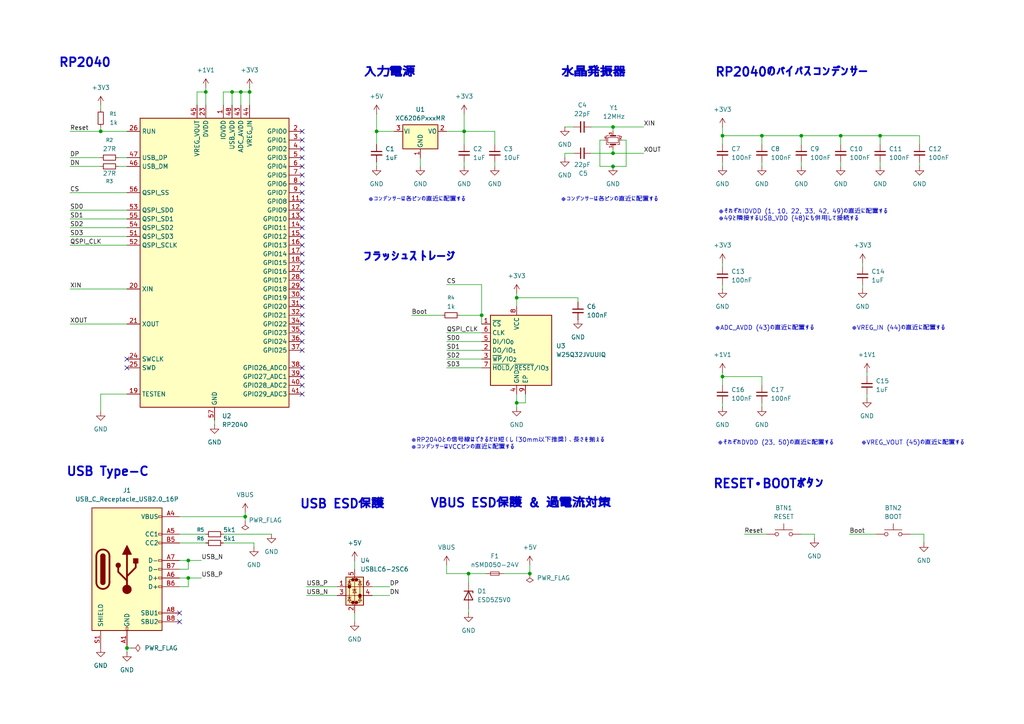
<source format=kicad_sch>
(kicad_sch (version 20250114) (generator "eeschema") (generator_version "9.0")
  (paper "A4")
  (title_block (title "キーボード開発用RP2040テンプレート"))
  (lib_symbols
    (symbol "Connector:USB_C_Receptacle_USB2.0_16P" (pin_names (offset 1.016))
      (property "Reference" "J" (at 0 22.225 0))
      (property "Value" "USB_C_Receptacle_USB2.0_16P" (at 0 19.685 0))
      (symbol "USB_C_Receptacle_USB2.0_16P_1_1"
        (pin passive line (at -7.62 -22.86 90) (length 5.08) (name "SHIELD") (number "S1"))
        (pin passive line (at 0 -22.86 90) (length 5.08) (name "GND") (number "A1"))
        (pin passive line (at 0 -22.86 90) (length 5.08) (hide yes) (name "GND") (number "A12"))
        (pin passive line (at 0 -22.86 90) (length 5.08) (hide yes) (name "GND") (number "B1"))
        (pin passive line (at 0 -22.86 90) (length 5.08) (hide yes) (name "GND") (number "B12"))
        (pin passive line (at 15.24 15.24 180) (length 5.08) (name "VBUS") (number "A4"))
        (pin passive line (at 15.24 15.24 180) (length 5.08) (hide yes) (name "VBUS") (number "A9"))
        (pin passive line (at 15.24 15.24 180) (length 5.08) (hide yes) (name "VBUS") (number "B4"))
        (pin passive line (at 15.24 15.24 180) (length 5.08) (hide yes) (name "VBUS") (number "B9"))
        (pin bidirectional line (at 15.24 10.16 180) (length 5.08) (name "CC1") (number "A5"))
        (pin bidirectional line (at 15.24 7.62 180) (length 5.08) (name "CC2") (number "B5"))
        (pin bidirectional line (at 15.24 2.54 180) (length 5.08) (name "D-") (number "A7"))
        (pin bidirectional line (at 15.24 0 180) (length 5.08) (name "D-") (number "B7"))
        (pin bidirectional line (at 15.24 -2.54 180) (length 5.08) (name "D+") (number "A6"))
        (pin bidirectional line (at 15.24 -5.08 180) (length 5.08) (name "D+") (number "B6"))
        (pin bidirectional line (at 15.24 -12.7 180) (length 5.08) (name "SBU1") (number "A8"))
        (pin bidirectional line (at 15.24 -15.24 180) (length 5.08) (name "SBU2") (number "B8"))
      )
    )
    (symbol "Device:C_Small" (pin_numbers (hide yes)) (pin_names (offset 0.254) (hide yes))
      (property "Reference" "C" (at 0.254 1.778 0))
      (property "Value" "C_Small" (at 0.254 -2.032 0))
      (symbol "C_Small_1_1"
        (pin passive line (at 0 2.54 270) (length 2.032) (name "~") (number "1"))
        (pin passive line (at 0 -2.54 90) (length 2.032) (name "~") (number "2"))
      )
    )
    (symbol "Device:Crystal_GND24_Small" (pin_names (offset 1.016) (hide yes))
      (property "Reference" "Y" (at 1.27 4.445 0))
      (property "Value" "Crystal_GND24_Small" (at 1.27 2.54 0))
      (symbol "Crystal_GND24_Small_1_1"
        (pin passive line (at -2.54 0 0) (length 1.27) (name "1") (number "1"))
        (pin passive line (at 0 2.54 270) (length 0.635) (name "4") (number "4"))
        (pin passive line (at 0 -2.54 90) (length 0.635) (name "2") (number "2"))
        (pin passive line (at 2.54 0 180) (length 1.27) (name "3") (number "3"))
      )
    )
    (symbol "Device:Fuse_Small" (pin_numbers (hide yes)) (pin_names (offset 0.254) (hide yes))
      (property "Reference" "F" (at 0 -1.524 0))
      (property "Value" "Fuse_Small" (at 0 1.524 0))
      (symbol "Fuse_Small_1_1"
        (pin passive line (at -2.54 0 0) (length 1.27) (name "~") (number "1"))
        (pin passive line (at 2.54 0 180) (length 1.27) (name "~") (number "2"))
      )
    )
    (symbol "Device:R_Small" (pin_numbers (hide yes)) (pin_names (offset 0.254) (hide yes))
      (property "Reference" "R" (at 0 0 90))
      (property "Value" "R_Small" (at 1.778 0 90))
      (symbol "R_Small_1_1"
        (pin passive line (at 0 2.54 270) (length 0.762) (name "~") (number "1"))
        (pin passive line (at 0 -2.54 90) (length 0.762) (name "~") (number "2"))
      )
    )
    (symbol "Diode:ESD5Zxx" (pin_numbers (hide yes)) (pin_names (hide yes))
      (property "Reference" "D" (at 0 2.54 0))
      (property "Value" "ESD5Zxx" (at 0 -2.54 0))
      (symbol "ESD5Zxx_1_1"
        (pin passive line (at -3.81 0 0) (length 2.54) (name "K") (number "1"))
        (pin passive line (at 3.81 0 180) (length 2.54) (name "A") (number "2"))
      )
    )
    (symbol "MCU_RaspberryPi:RP2040"
      (property "Reference" "U" (at 17.78 45.72 0))
      (property "Value" "RP2040" (at 17.78 43.18 0))
      (symbol "RP2040_1_1"
        (pin input line (at -25.4 38.1 0) (length 3.81) (name "RUN") (number "26"))
        (pin bidirectional line (at -25.4 30.48 0) (length 3.81) (name "USB_DP") (number "47"))
        (pin bidirectional line (at -25.4 27.94 0) (length 3.81) (name "USB_DM") (number "46"))
        (pin bidirectional line (at -25.4 20.32 0) (length 3.81) (name "QSPI_SS") (number "56"))
        (pin bidirectional line (at -25.4 15.24 0) (length 3.81) (name "QSPI_SD0") (number "53"))
        (pin bidirectional line (at -25.4 12.7 0) (length 3.81) (name "QSPI_SD1") (number "55"))
        (pin bidirectional line (at -25.4 10.16 0) (length 3.81) (name "QSPI_SD2") (number "54"))
        (pin bidirectional line (at -25.4 7.62 0) (length 3.81) (name "QSPI_SD3") (number "51"))
        (pin output line (at -25.4 5.08 0) (length 3.81) (name "QSPI_SCLK") (number "52"))
        (pin input line (at -25.4 -7.62 0) (length 3.81) (name "XIN") (number "20"))
        (pin passive line (at -25.4 -17.78 0) (length 3.81) (name "XOUT") (number "21"))
        (pin input line (at -25.4 -27.94 0) (length 3.81) (name "SWCLK") (number "24"))
        (pin bidirectional line (at -25.4 -30.48 0) (length 3.81) (name "SWD") (number "25"))
        (pin input line (at -25.4 -38.1 0) (length 3.81) (name "TESTEN") (number "19"))
        (pin power_out line (at -5.08 45.72 270) (length 3.81) (name "VREG_VOUT") (number "45"))
        (pin power_in line (at -2.54 45.72 270) (length 3.81) (name "DVDD") (number "23"))
        (pin passive line (at -2.54 45.72 270) (length 3.81) (hide yes) (name "DVDD") (number "50"))
        (pin power_in line (at 0 -45.72 90) (length 3.81) (name "GND") (number "57"))
        (pin power_in line (at 2.54 45.72 270) (length 3.81) (name "IOVDD") (number "1"))
        (pin passive line (at 2.54 45.72 270) (length 3.81) (hide yes) (name "IOVDD") (number "10"))
        (pin passive line (at 2.54 45.72 270) (length 3.81) (hide yes) (name "IOVDD") (number "22"))
        (pin passive line (at 2.54 45.72 270) (length 3.81) (hide yes) (name "IOVDD") (number "33"))
        (pin passive line (at 2.54 45.72 270) (length 3.81) (hide yes) (name "IOVDD") (number "42"))
        (pin passive line (at 2.54 45.72 270) (length 3.81) (hide yes) (name "IOVDD") (number "49"))
        (pin power_in line (at 5.08 45.72 270) (length 3.81) (name "USB_VDD") (number "48"))
        (pin power_in line (at 7.62 45.72 270) (length 3.81) (name "ADC_AVDD") (number "43"))
        (pin power_in line (at 10.16 45.72 270) (length 3.81) (name "VREG_IN") (number "44"))
        (pin bidirectional line (at 25.4 38.1 180) (length 3.81) (name "GPIO0") (number "2"))
        (pin bidirectional line (at 25.4 35.56 180) (length 3.81) (name "GPIO1") (number "3"))
        (pin bidirectional line (at 25.4 33.02 180) (length 3.81) (name "GPIO2") (number "4"))
        (pin bidirectional line (at 25.4 30.48 180) (length 3.81) (name "GPIO3") (number "5"))
        (pin bidirectional line (at 25.4 27.94 180) (length 3.81) (name "GPIO4") (number "6"))
        (pin bidirectional line (at 25.4 25.4 180) (length 3.81) (name "GPIO5") (number "7"))
        (pin bidirectional line (at 25.4 22.86 180) (length 3.81) (name "GPIO6") (number "8"))
        (pin bidirectional line (at 25.4 20.32 180) (length 3.81) (name "GPIO7") (number "9"))
        (pin bidirectional line (at 25.4 17.78 180) (length 3.81) (name "GPIO8") (number "11"))
        (pin bidirectional line (at 25.4 15.24 180) (length 3.81) (name "GPIO9") (number "12"))
        (pin bidirectional line (at 25.4 12.7 180) (length 3.81) (name "GPIO10") (number "13"))
        (pin bidirectional line (at 25.4 10.16 180) (length 3.81) (name "GPIO11") (number "14"))
        (pin bidirectional line (at 25.4 7.62 180) (length 3.81) (name "GPIO12") (number "15"))
        (pin bidirectional line (at 25.4 5.08 180) (length 3.81) (name "GPIO13") (number "16"))
        (pin bidirectional line (at 25.4 2.54 180) (length 3.81) (name "GPIO14") (number "17"))
        (pin bidirectional line (at 25.4 0 180) (length 3.81) (name "GPIO15") (number "18"))
        (pin bidirectional line (at 25.4 -2.54 180) (length 3.81) (name "GPIO16") (number "27"))
        (pin bidirectional line (at 25.4 -5.08 180) (length 3.81) (name "GPIO17") (number "28"))
        (pin bidirectional line (at 25.4 -7.62 180) (length 3.81) (name "GPIO18") (number "29"))
        (pin bidirectional line (at 25.4 -10.16 180) (length 3.81) (name "GPIO19") (number "30"))
        (pin bidirectional line (at 25.4 -12.7 180) (length 3.81) (name "GPIO20") (number "31"))
        (pin bidirectional line (at 25.4 -15.24 180) (length 3.81) (name "GPIO21") (number "32"))
        (pin bidirectional line (at 25.4 -17.78 180) (length 3.81) (name "GPIO22") (number "34"))
        (pin bidirectional line (at 25.4 -20.32 180) (length 3.81) (name "GPIO23") (number "35"))
        (pin bidirectional line (at 25.4 -22.86 180) (length 3.81) (name "GPIO24") (number "36"))
        (pin bidirectional line (at 25.4 -25.4 180) (length 3.81) (name "GPIO25") (number "37"))
        (pin bidirectional line (at 25.4 -30.48 180) (length 3.81) (name "GPIO26_ADC0") (number "38"))
        (pin bidirectional line (at 25.4 -33.02 180) (length 3.81) (name "GPIO27_ADC1") (number "39"))
        (pin bidirectional line (at 25.4 -35.56 180) (length 3.81) (name "GPIO28_ADC2") (number "40"))
        (pin bidirectional line (at 25.4 -38.1 180) (length 3.81) (name "GPIO29_ADC3") (number "41"))
      )
    )
    (symbol "Memory_Flash:W25Q32JVZP"
      (property "Reference" "U" (at -6.35 11.43 0))
      (property "Value" "W25Q32JVZP" (at 7.62 11.43 0))
      (symbol "W25Q32JVZP_1_1"
        (pin input line (at -10.16 7.62 0) (length 2.54) (name "~{CS}") (number "1"))
        (pin input line (at -10.16 5.08 0) (length 2.54) (name "CLK") (number "6"))
        (pin bidirectional line (at -10.16 2.54 0) (length 2.54) (name "DI/IO_{0}") (number "5"))
        (pin bidirectional line (at -10.16 0 0) (length 2.54) (name "DO/IO_{1}") (number "2"))
        (pin bidirectional line (at -10.16 -2.54 0) (length 2.54) (name "~{WP}/IO_{2}") (number "3"))
        (pin bidirectional line (at -10.16 -5.08 0) (length 2.54) (name "~{HOLD}/~{RESET}/IO_{3}") (number "7"))
        (pin power_in line (at 0 12.7 270) (length 2.54) (name "VCC") (number "8"))
        (pin power_in line (at 0 -12.7 90) (length 2.54) (name "GND") (number "4"))
        (pin passive line (at 2.54 -12.7 90) (length 2.54) (name "EP") (number "9"))
      )
    )
    (symbol "Power_Protection:USBLC6-2SC6" (pin_names (hide yes))
      (property "Reference" "U" (at 0.635 5.715 0))
      (property "Value" "USBLC6-2SC6" (at 0.635 3.81 0))
      (symbol "USBLC6-2SC6_1_1"
        (pin passive line (at -5.08 0 0) (length 2.54) (name "I/O1") (number "1"))
        (pin passive line (at -5.08 -2.54 0) (length 2.54) (name "I/O2") (number "3"))
        (pin passive line (at 0 5.08 270) (length 2.54) (name "VBUS") (number "5"))
        (pin passive line (at 0 -7.62 90) (length 2.54) (name "GND") (number "2"))
        (pin passive line (at 5.08 0 180) (length 2.54) (name "I/O1") (number "6"))
        (pin passive line (at 5.08 -2.54 180) (length 2.54) (name "I/O2") (number "4"))
      )
    )
    (symbol "Regulator_Linear:XC6206PxxxMR" (pin_names (offset 0.254))
      (property "Reference" "U" (at -3.81 3.175 0))
      (property "Value" "XC6206PxxxMR" (at 0 3.175 0))
      (symbol "XC6206PxxxMR_1_1"
        (pin power_in line (at -7.62 0 0) (length 2.54) (name "VI") (number "3"))
        (pin power_in line (at 0 -7.62 90) (length 2.54) (name "GND") (number "1"))
        (pin power_out line (at 7.62 0 180) (length 2.54) (name "VO") (number "2"))
      )
    )
    (symbol "Switch:SW_Push" (pin_numbers (hide yes)) (pin_names (offset 1.016) (hide yes))
      (property "Reference" "SW" (at 1.27 2.54 0))
      (property "Value" "SW_Push" (at 0 -1.524 0))
      (symbol "SW_Push_0_1"
        (pin passive line (at -5.08 0 0) (length 2.54) (name "1") (number "1"))
        (pin passive line (at 5.08 0 180) (length 2.54) (name "2") (number "2"))
      )
    )
    (symbol "power:+1V1" (power) (pin_numbers (hide yes)) (pin_names (offset 0) (hide yes))
      (property "Value" "+1V1" (at 0 3.556 0))
      (symbol "+1V1_1_1"
        (pin power_in line (at 0 0 90) (length 0) (name "~") (number "1"))
      )
    )
    (symbol "power:+3V3" (power) (pin_numbers (hide yes)) (pin_names (offset 0) (hide yes))
      (property "Value" "+3V3" (at 0 3.556 0))
      (symbol "+3V3_1_1"
        (pin power_in line (at 0 0 90) (length 0) (name "~") (number "1"))
      )
    )
    (symbol "power:+5V" (power) (pin_numbers (hide yes)) (pin_names (offset 0) (hide yes))
      (property "Value" "+5V" (at 0 3.556 0))
      (symbol "+5V_1_1"
        (pin power_in line (at 0 0 90) (length 0) (name "~") (number "1"))
      )
    )
    (symbol "power:GND" (power) (pin_numbers (hide yes)) (pin_names (offset 0) (hide yes))
      (property "Value" "GND" (at 0 -3.81 0))
      (symbol "GND_1_1"
        (pin power_in line (at 0 0 270) (length 0) (name "~") (number "1"))
      )
    )
    (symbol "power:PWR_FLAG" (power) (pin_numbers (hide yes)) (pin_names (offset 0) (hide yes))
      (property "Value" "PWR_FLAG" (at 0 3.81 0))
      (symbol "PWR_FLAG_0_0"
        (pin power_out line (at 0 0 90) (length 0) (name "~") (number "1"))
      )
    )
    (symbol "power:VBUS" (power) (pin_numbers (hide yes)) (pin_names (offset 0) (hide yes))
      (property "Value" "VBUS" (at 0 3.556 0))
      (symbol "VBUS_1_1"
        (pin power_in line (at 0 0 90) (length 0) (name "~") (number "1"))
      )
    )
  )
  (text "USB Type-C" (at 31.242 136.906 0) (effects (font (size 2.54 2.54) (thickness 0.508) (bold yes))))
  (text "※RP2040との信号線はできるだけ短くし（30mm以下推奨）、長さを揃える\n※コンデンサーはVCCピンの直近に配置する" (at 119.126 128.778 0) (effects (font (size 1.27 1.27)) (justify left)))
  (text "※コンデンサーは各ピンの直近に配置する" (at 176.784 57.912 0) (effects (font (size 1.27 1.27))))
  (text "USB ESD保護" (at 99.314 146.304 0) (effects (font (size 2.54 2.54) (thickness 0.508) (bold yes))))
  (text "入力電源" (at 113.03 21.082 0) (effects (font (size 2.54 2.54) (thickness 0.508) (bold yes))))
  (text "※VREG_IN (44)の直近に配置する" (at 246.888 95.25 0) (effects (font (size 1.27 1.27)) (justify left)))
  (text "VBUS ESD保護 & 過電流対策" (at 151.13 146.05 0) (effects (font (size 2.54 2.54) (thickness 0.508) (bold yes))))
  (text "RP2040" (at 24.638 18.288 0) (effects (font (size 2.54 2.54) (thickness 0.508) (bold yes))))
  (text "RP2040のバイパスコンデンサー" (at 229.616 21.082 0) (effects (font (size 2.54 2.54) (thickness 0.508) (bold yes))))
  (text "RESET・BOOTボタン" (at 223.012 140.462 0) (effects (font (size 2.54 2.54) (thickness 0.508) (bold yes))))
  (text "※それぞれDVDD (23, 50)の直近に配置する" (at 208.026 128.524 0) (effects (font (size 1.27 1.27)) (justify left)))
  (text "※VREG_VOUT (45)の直近に配置する" (at 249.682 128.524 0) (effects (font (size 1.27 1.27)) (justify left)))
  (text "※ADC_AVDD (43)の直近に配置する" (at 207.264 95.25 0) (effects (font (size 1.27 1.27)) (justify left)))
  (text "フラッシュストレージ" (at 118.618 74.676 0) (effects (font (size 2.54 2.54) (thickness 0.508) (bold yes))))
  (text "水晶発振器" (at 172.212 21.082 0) (effects (font (size 2.54 2.54) (thickness 0.508) (bold yes))))
  (text "※それぞれIOVDD (1, 10, 22, 33, 42, 49)の直近に配置する\n※49と隣接するUSB_VDD (48)にも併用して接続する" (at 208.28 62.484 0) (effects (font (size 1.27 1.27)) (justify left)))
  (text "※コンデンサーは各ピンの直近に配置する" (at 120.904 57.912 0) (effects (font (size 1.27 1.27))))
  (junction (at 134.62 38.1))
  (junction (at 177.8 48.26))
  (junction (at 153.67 166.37))
  (junction (at 71.12 149.86))
  (junction (at 139.7 91.44))
  (junction (at 59.69 26.67))
  (junction (at 209.55 39.37))
  (junction (at 54.61 162.56))
  (junction (at 243.84 39.37))
  (junction (at 54.61 167.64))
  (junction (at 109.22 38.1))
  (junction (at 232.41 39.37))
  (junction (at 149.86 116.84))
  (junction (at 220.98 39.37))
  (junction (at 72.39 26.67))
  (junction (at 255.27 39.37))
  (junction (at 149.86 86.36))
  (junction (at 177.8 44.45))
  (junction (at 177.8 36.83))
  (junction (at 67.31 26.67))
  (junction (at 29.21 38.1))
  (junction (at 209.55 109.22))
  (junction (at 36.83 187.96))
  (junction (at 69.85 26.67))
  (junction (at 135.89 166.37))
  (no_connect (at 87.63 38.1))
  (no_connect (at 87.63 40.64))
  (no_connect (at 87.63 106.68))
  (no_connect (at 87.63 91.44))
  (no_connect (at 87.63 63.5))
  (no_connect (at 87.63 111.76))
  (no_connect (at 87.63 86.36))
  (no_connect (at 87.63 71.12))
  (no_connect (at 36.83 106.68))
  (no_connect (at 36.83 104.14))
  (no_connect (at 87.63 55.88))
  (no_connect (at 87.63 60.96))
  (no_connect (at 87.63 68.58))
  (no_connect (at 87.63 58.42))
  (no_connect (at 87.63 109.22))
  (no_connect (at 87.63 88.9))
  (no_connect (at 87.63 83.82))
  (no_connect (at 87.63 93.98))
  (no_connect (at 52.07 177.8))
  (no_connect (at 87.63 76.2))
  (no_connect (at 87.63 43.18))
  (no_connect (at 87.63 81.28))
  (no_connect (at 87.63 73.66))
  (no_connect (at 87.63 114.3))
  (no_connect (at 87.63 53.34))
  (no_connect (at 87.63 45.72))
  (no_connect (at 87.63 96.52))
  (no_connect (at 87.63 99.06))
  (no_connect (at 87.63 50.8))
  (no_connect (at 87.63 101.6))
  (no_connect (at 87.63 78.74))
  (no_connect (at 87.63 48.26))
  (no_connect (at 52.07 180.34))
  (no_connect (at 87.63 66.04))
  (wire (pts (xy 129.54 99.06) (xy 139.7 99.06)))
  (wire (pts (xy 20.32 83.82) (xy 36.83 83.82)))
  (wire (pts (xy 54.61 162.56) (xy 52.07 162.56)))
  (wire (pts (xy 129.54 82.55) (xy 139.7 82.55)))
  (wire (pts (xy 129.54 101.6) (xy 139.7 101.6)))
  (wire (pts (xy 177.8 44.45) (xy 177.8 43.18)))
  (wire (pts (xy 88.9 172.72) (xy 97.79 172.72)))
  (wire (pts (xy 173.99 48.26) (xy 177.8 48.26)))
  (wire (pts (xy 71.12 148.59) (xy 71.12 149.86)))
  (wire (pts (xy 134.62 41.91) (xy 134.62 38.1)))
  (wire (pts (xy 153.67 163.83) (xy 153.67 166.37)))
  (wire (pts (xy 209.55 76.2) (xy 209.55 77.47)))
  (wire (pts (xy 149.86 86.36) (xy 149.86 88.9)))
  (wire (pts (xy 209.55 118.11) (xy 209.55 116.84)))
  (wire (pts (xy 69.85 26.67) (xy 67.31 26.67)))
  (wire (pts (xy 129.54 106.68) (xy 139.7 106.68)))
  (wire (pts (xy 64.77 26.67) (xy 64.77 30.48)))
  (wire (pts (xy 29.21 30.48) (xy 29.21 31.75)))
  (wire (pts (xy 72.39 25.4) (xy 72.39 26.67)))
  (wire (pts (xy 220.98 48.26) (xy 220.98 46.99)))
  (wire (pts (xy 220.98 39.37) (xy 232.41 39.37)))
  (wire (pts (xy 59.69 26.67) (xy 57.15 26.67)))
  (wire (pts (xy 246.38 154.94) (xy 254 154.94)))
  (wire (pts (xy 177.8 48.26) (xy 181.61 48.26)))
  (wire (pts (xy 67.31 26.67) (xy 64.77 26.67)))
  (wire (pts (xy 209.55 48.26) (xy 209.55 46.99)))
  (wire (pts (xy 102.87 180.34) (xy 102.87 177.8)))
  (wire (pts (xy 71.12 151.13) (xy 71.12 149.86)))
  (wire (pts (xy 220.98 118.11) (xy 220.98 116.84)))
  (wire (pts (xy 134.62 48.26) (xy 134.62 46.99)))
  (wire (pts (xy 54.61 167.64) (xy 52.07 167.64)))
  (wire (pts (xy 149.86 116.84) (xy 149.86 114.3)))
  (wire (pts (xy 135.89 168.91) (xy 135.89 166.37)))
  (wire (pts (xy 134.62 33.02) (xy 134.62 38.1)))
  (wire (pts (xy 102.87 162.56) (xy 102.87 165.1)))
  (wire (pts (xy 29.21 36.83) (xy 29.21 38.1)))
  (wire (pts (xy 149.86 118.11) (xy 149.86 116.84)))
  (wire (pts (xy 152.4 116.84) (xy 149.86 116.84)))
  (wire (pts (xy 215.9 154.94) (xy 222.25 154.94)))
  (wire (pts (xy 29.21 114.3) (xy 36.83 114.3)))
  (wire (pts (xy 209.55 82.55) (xy 209.55 83.82)))
  (wire (pts (xy 173.99 40.64) (xy 173.99 48.26)))
  (wire (pts (xy 135.89 177.8) (xy 135.89 176.53)))
  (wire (pts (xy 52.07 170.18) (xy 54.61 170.18)))
  (wire (pts (xy 255.27 39.37) (xy 255.27 41.91)))
  (wire (pts (xy 209.55 109.22) (xy 220.98 109.22)))
  (wire (pts (xy 109.22 38.1) (xy 114.3 38.1)))
  (wire (pts (xy 251.46 107.95) (xy 251.46 109.22)))
  (wire (pts (xy 121.92 48.26) (xy 121.92 45.72)))
  (wire (pts (xy 52.07 157.48) (xy 59.69 157.48)))
  (wire (pts (xy 88.9 170.18) (xy 97.79 170.18)))
  (wire (pts (xy 143.51 38.1) (xy 143.51 41.91)))
  (wire (pts (xy 129.54 163.83) (xy 129.54 166.37)))
  (wire (pts (xy 243.84 39.37) (xy 243.84 41.91)))
  (wire (pts (xy 20.32 48.26) (xy 29.21 48.26)))
  (wire (pts (xy 20.32 60.96) (xy 36.83 60.96)))
  (wire (pts (xy 163.83 45.72) (xy 163.83 44.45)))
  (wire (pts (xy 38.1 187.96) (xy 36.83 187.96)))
  (wire (pts (xy 62.23 123.19) (xy 62.23 121.92)))
  (wire (pts (xy 186.69 44.45) (xy 177.8 44.45)))
  (wire (pts (xy 186.69 36.83) (xy 177.8 36.83)))
  (wire (pts (xy 220.98 109.22) (xy 220.98 111.76)))
  (wire (pts (xy 209.55 111.76) (xy 209.55 109.22)))
  (wire (pts (xy 73.66 157.48) (xy 73.66 158.75)))
  (wire (pts (xy 20.32 93.98) (xy 36.83 93.98)))
  (wire (pts (xy 236.22 154.94) (xy 232.41 154.94)))
  (wire (pts (xy 163.83 36.83) (xy 166.37 36.83)))
  (wire (pts (xy 209.55 39.37) (xy 220.98 39.37)))
  (wire (pts (xy 34.29 48.26) (xy 36.83 48.26)))
  (wire (pts (xy 20.32 55.88) (xy 36.83 55.88)))
  (wire (pts (xy 52.07 165.1) (xy 54.61 165.1)))
  (wire (pts (xy 36.83 189.23) (xy 36.83 187.96)))
  (wire (pts (xy 29.21 38.1) (xy 36.83 38.1)))
  (wire (pts (xy 109.22 33.02) (xy 109.22 38.1)))
  (wire (pts (xy 255.27 48.26) (xy 255.27 46.99)))
  (wire (pts (xy 139.7 82.55) (xy 139.7 91.44)))
  (wire (pts (xy 72.39 26.67) (xy 72.39 30.48)))
  (wire (pts (xy 267.97 157.48) (xy 267.97 154.94)))
  (wire (pts (xy 209.55 109.22) (xy 209.55 107.95)))
  (wire (pts (xy 250.19 76.2) (xy 250.19 77.47)))
  (wire (pts (xy 177.8 36.83) (xy 177.8 38.1)))
  (wire (pts (xy 149.86 86.36) (xy 167.64 86.36)))
  (wire (pts (xy 119.38 91.44) (xy 128.27 91.44)))
  (wire (pts (xy 59.69 25.4) (xy 59.69 26.67)))
  (wire (pts (xy 20.32 66.04) (xy 36.83 66.04)))
  (wire (pts (xy 20.32 45.72) (xy 29.21 45.72)))
  (wire (pts (xy 64.77 157.48) (xy 73.66 157.48)))
  (wire (pts (xy 34.29 45.72) (xy 36.83 45.72)))
  (wire (pts (xy 129.54 166.37) (xy 135.89 166.37)))
  (wire (pts (xy 267.97 154.94) (xy 264.16 154.94)))
  (wire (pts (xy 266.7 48.26) (xy 266.7 46.99)))
  (wire (pts (xy 209.55 39.37) (xy 209.55 36.83)))
  (wire (pts (xy 149.86 85.09) (xy 149.86 86.36)))
  (wire (pts (xy 59.69 26.67) (xy 59.69 30.48)))
  (wire (pts (xy 243.84 39.37) (xy 255.27 39.37)))
  (wire (pts (xy 152.4 114.3) (xy 152.4 116.84)))
  (wire (pts (xy 20.32 71.12) (xy 36.83 71.12)))
  (wire (pts (xy 167.64 86.36) (xy 167.64 87.63)))
  (wire (pts (xy 251.46 114.3) (xy 251.46 115.57)))
  (wire (pts (xy 243.84 48.26) (xy 243.84 46.99)))
  (wire (pts (xy 59.69 154.94) (xy 52.07 154.94)))
  (wire (pts (xy 153.67 166.37) (xy 146.05 166.37)))
  (wire (pts (xy 113.03 172.72) (xy 107.95 172.72)))
  (wire (pts (xy 232.41 39.37) (xy 232.41 41.91)))
  (wire (pts (xy 54.61 167.64) (xy 54.61 170.18)))
  (wire (pts (xy 171.45 44.45) (xy 177.8 44.45)))
  (wire (pts (xy 72.39 26.67) (xy 69.85 26.67)))
  (wire (pts (xy 52.07 149.86) (xy 71.12 149.86)))
  (wire (pts (xy 58.42 167.64) (xy 54.61 167.64)))
  (wire (pts (xy 163.83 44.45) (xy 166.37 44.45)))
  (wire (pts (xy 236.22 156.21) (xy 236.22 154.94)))
  (wire (pts (xy 129.54 96.52) (xy 139.7 96.52)))
  (wire (pts (xy 134.62 38.1) (xy 143.51 38.1)))
  (wire (pts (xy 113.03 170.18) (xy 107.95 170.18)))
  (wire (pts (xy 54.61 162.56) (xy 54.61 165.1)))
  (wire (pts (xy 109.22 48.26) (xy 109.22 46.99)))
  (wire (pts (xy 175.26 40.64) (xy 173.99 40.64)))
  (wire (pts (xy 20.32 68.58) (xy 36.83 68.58)))
  (wire (pts (xy 266.7 39.37) (xy 266.7 41.91)))
  (wire (pts (xy 139.7 91.44) (xy 139.7 93.98)))
  (wire (pts (xy 57.15 26.67) (xy 57.15 30.48)))
  (wire (pts (xy 181.61 40.64) (xy 180.34 40.64)))
  (wire (pts (xy 133.35 91.44) (xy 139.7 91.44)))
  (wire (pts (xy 232.41 48.26) (xy 232.41 46.99)))
  (wire (pts (xy 109.22 41.91) (xy 109.22 38.1)))
  (wire (pts (xy 129.54 104.14) (xy 139.7 104.14)))
  (wire (pts (xy 181.61 48.26) (xy 181.61 40.64)))
  (wire (pts (xy 171.45 36.83) (xy 177.8 36.83)))
  (wire (pts (xy 58.42 162.56) (xy 54.61 162.56)))
  (wire (pts (xy 143.51 48.26) (xy 143.51 46.99)))
  (wire (pts (xy 29.21 119.38) (xy 29.21 114.3)))
  (wire (pts (xy 69.85 26.67) (xy 69.85 30.48)))
  (wire (pts (xy 135.89 166.37) (xy 140.97 166.37)))
  (wire (pts (xy 209.55 41.91) (xy 209.55 39.37)))
  (wire (pts (xy 134.62 38.1) (xy 129.54 38.1)))
  (wire (pts (xy 250.19 82.55) (xy 250.19 83.82)))
  (wire (pts (xy 232.41 39.37) (xy 243.84 39.37)))
  (wire (pts (xy 67.31 26.67) (xy 67.31 30.48)))
  (wire (pts (xy 220.98 39.37) (xy 220.98 41.91)))
  (wire (pts (xy 64.77 154.94) (xy 78.74 154.94)))
  (wire (pts (xy 255.27 39.37) (xy 266.7 39.37)))
  (wire (pts (xy 20.32 63.5) (xy 36.83 63.5)))
  (wire (pts (xy 20.32 38.1) (xy 29.21 38.1)))
  (label "DP" (at 20.32 45.72 0))
  (label "QSPI_CLK" (at 20.32 71.12 0))
  (label "SD0" (at 20.32 60.96 0))
  (label "QSPI_CLK" (at 129.54 96.52 0))
  (label "XIN" (at 20.32 83.82 0) (effects (font (thickness 0.1588))))
  (label "SD2" (at 129.54 104.14 0))
  (label "SD1" (at 20.32 63.5 0))
  (label "SD0" (at 129.54 99.06 0))
  (label "SD2" (at 20.32 66.04 0))
  (label "CS" (at 20.32 55.88 0))
  (label "DN" (at 20.32 48.26 0))
  (label "SD1" (at 129.54 101.6 0))
  (label "USB_N" (at 88.9 172.72 0))
  (label "Boot" (at 119.38 91.44 0))
  (label "USB_N" (at 58.42 162.56 0))
  (label "SD3" (at 20.32 68.58 0))
  (label "Reset" (at 215.9 154.94 0))
  (label "XOUT" (at 20.32 93.98 0) (effects (font (thickness 0.1588))))
  (label "XIN" (at 186.69 36.83 0) (effects (font (thickness 0.1588))))
  (label "USB_P" (at 58.42 167.64 0))
  (label "USB_P" (at 88.9 170.18 0))
  (label "CS" (at 129.54 82.55 0))
  (label "Boot" (at 246.38 154.94 0))
  (label "XOUT" (at 186.69 44.45 0) (effects (font (thickness 0.1588))))
  (label "Reset" (at 20.32 38.1 0))
  (label "DP" (at 113.03 170.18 0))
  (label "DN" (at 113.03 172.72 0))
  (label "SD3" (at 129.54 106.68 0))
  (symbol (lib_id "Device:C_Small") (at 220.98 114.3 0) (unit 1)
    (property "Reference" "C17" (at 223.52 113.0362 0) (effects (justify left)))
    (property "Value" "100nF" (at 223.52 115.5762 0) (effects (justify left)))
    (property "Footprint" "Capacitor_SMD:C_0402_1005Metric" (effects (hide yes)))
    (property "Description" "Unpolarized capacitor, small symbol" (effects (hide yes)))
    (property "LCSC" "C1525" (effects (hide yes)))
    (property "MPN" "CL05B104KO5NNNC" (effects (hide yes)))
  )
  (symbol (lib_id "power:GND") (at 236.22 156.21 0) (unit 1)
    (property "Reference" "#PWR037" (effects (hide yes)))
    (property "Value" "GND" (at 236.22 161.29 0))
    (property "Description" "Power symbol creates a global label with name \"GND\" , ground" (effects (hide yes)))
  )
  (symbol (lib_id "power:GND") (at 36.83 189.23 0) (unit 1)
    (property "Reference" "#PWR041" (effects (hide yes)))
    (property "Value" "GND" (at 36.83 194.31 0))
    (property "Description" "Power symbol creates a global label with name \"GND\" , ground" (effects (hide yes)))
  )
  (symbol (lib_id "power:PWR_FLAG") (at 38.1 187.96 270) (unit 1)
    (property "Reference" "#FLG03" (effects (hide yes)))
    (property "Value" "PWR_FLAG" (at 41.91 187.9599 90) (effects (justify left)))
    (property "Description" "Special symbol for telling ERC where power comes from" (effects (hide yes)))
  )
  (symbol (lib_id "power:GND") (at 29.21 119.38 0) (unit 1)
    (property "Reference" "#PWR028" (effects (hide yes)))
    (property "Value" "GND" (at 29.21 124.46 0))
    (property "Description" "Power symbol creates a global label with name \"GND\" , ground" (effects (hide yes)))
  )
  (symbol (lib_id "power:GND") (at 267.97 157.48 0) (unit 1)
    (property "Reference" "#PWR039" (effects (hide yes)))
    (property "Value" "GND" (at 267.97 162.56 0))
    (property "Description" "Power symbol creates a global label with name \"GND\" , ground" (effects (hide yes)))
  )
  (symbol (lib_id "Device:C_Small") (at 209.55 80.01 0) (unit 1)
    (property "Reference" "C13" (at 212.09 78.7462 0) (effects (justify left)))
    (property "Value" "100nF" (at 212.09 81.2862 0) (effects (justify left)))
    (property "Footprint" "Capacitor_SMD:C_0402_1005Metric" (effects (hide yes)))
    (property "Description" "Unpolarized capacitor, small symbol" (effects (hide yes)))
    (property "LCSC" "C1525" (effects (hide yes)))
    (property "MPN" "CL05B104KO5NNNC" (effects (hide yes)))
  )
  (symbol (lib_id "power:GND") (at 135.89 177.8 0) (unit 1)
    (property "Reference" "#PWR043" (effects (hide yes)))
    (property "Value" "GND" (at 135.89 182.88 0))
    (property "Description" "Power symbol creates a global label with name \"GND\" , ground" (effects (hide yes)))
  )
  (symbol (lib_id "Diode:ESD5Zxx") (at 135.89 172.72 270) (unit 1)
    (property "Reference" "D1" (at 138.43 171.4499 90) (effects (justify left)))
    (property "Value" "ESD5Z5V0" (at 138.43 173.9899 90) (effects (justify left)))
    (property "Footprint" "Diode_SMD:D_SOD-523" (effects (hide yes)))
    (property "Datasheet" "https://www.onsemi.com/pdf/datasheet/esd5z2.5t1-d.pdf" (effects (hide yes)))
    (property "Description" "ESD Protection Diode, SOD-523" (effects (hide yes)))
    (property "LCSC" "C502546" (effects (hide yes)))
    (property "MPN" "ESD5Z5V0" (effects (hide yes)))
  )
  (symbol (lib_id "power:GND") (at 266.7 48.26 0) (unit 1)
    (property "Reference" "#PWR018" (effects (hide yes)))
    (property "Value" "GND" (at 266.7 53.34 0))
    (property "Description" "Power symbol creates a global label with name \"GND\" , ground" (effects (hide yes)))
  )
  (symbol (lib_id "power:+1V1") (at 59.69 25.4 0) (unit 1)
    (property "Reference" "#PWR01" (effects (hide yes)))
    (property "Value" "+1V1" (at 59.69 20.32 0))
    (property "Description" "Power symbol creates a global label with name \"+1V1\"" (effects (hide yes)))
  )
  (symbol (lib_id "Memory_Flash:W25Q32JVZP") (at 149.86 101.6 0) (unit 1)
    (property "Reference" "U3" (at 161.29 100.3299 0) (effects (justify left)))
    (property "Value" "W25Q32JVUUIQ" (at 161.29 102.8699 0) (effects (justify left)))
    (property "Footprint" "Package_SON:Winbond_USON-8-2EP_3x4mm_P0.8mm_EP0.2x0.8mm" (effects (hide yes)))
    (property "Datasheet" "http://www.winbond.com/resource-files/w25q32jv%20revg%2003272018%20plus.pdf" (effects (hide yes)))
    (property "LCSC" "C2999380" (effects (hide yes)))
    (property "MPN" "W25Q32JVUUIQ" (effects (hide yes)))
  )
  (symbol (lib_id "power:VBUS") (at 129.54 163.83 0) (unit 1)
    (property "Reference" "#PWR042" (effects (hide yes)))
    (property "Value" "VBUS" (at 129.54 158.75 0))
    (property "Description" "Power symbol creates a global label with name \"VBUS\"" (effects (hide yes)))
  )
  (symbol (lib_id "Device:C_Small") (at 143.51 44.45 0) (unit 1)
    (property "Reference" "C3" (at 146.05 43.1862 0) (effects (justify left)))
    (property "Value" "10uF" (at 146.05 45.7262 0) (effects (justify left)))
    (property "Footprint" "Capacitor_SMD:C_0402_1005Metric" (effects (hide yes)))
    (property "Description" "Unpolarized capacitor, small symbol" (effects (hide yes)))
    (property "LCSC" "C15525" (effects (hide yes)))
    (property "MPN" "CL05A106MQ5NUNC" (effects (hide yes)))
  )
  (symbol (lib_id "power:GND") (at 243.84 48.26 0) (unit 1)
    (property "Reference" "#PWR016" (effects (hide yes)))
    (property "Value" "GND" (at 243.84 53.34 0))
    (property "Description" "Power symbol creates a global label with name \"GND\" , ground" (effects (hide yes)))
  )
  (symbol (lib_id "power:+5V") (at 109.22 33.02 0) (unit 1)
    (property "Reference" "#PWR04" (effects (hide yes)))
    (property "Value" "+5V" (at 109.22 27.94 0))
    (property "Description" "Power symbol creates a global label with name \"+5V\"" (effects (hide yes)))
  )
  (symbol (lib_id "Device:Fuse_Small") (at 143.51 166.37 0) (unit 1)
    (property "Reference" "F1" (at 143.51 161.29 0))
    (property "Value" "nSMD050-24V" (at 143.51 163.83 0))
    (property "Footprint" "Fuse:Fuse_1206_3216Metric" (effects (hide yes)))
    (property "Description" "Fuse, small symbol" (effects (hide yes)))
    (property "LCSC" "C70076" (effects (hide yes)))
    (property "MPN" "nSMD050-24V" (effects (hide yes)))
  )
  (symbol (lib_id "power:GND") (at 209.55 83.82 0) (unit 1)
    (property "Reference" "#PWR022" (effects (hide yes)))
    (property "Value" "GND" (at 209.55 88.9 0))
    (property "Description" "Power symbol creates a global label with name \"GND\" , ground" (effects (hide yes)))
  )
  (symbol (lib_id "Switch:SW_Push") (at 227.33 154.94 0) (unit 1)
    (property "Reference" "BTN1" (at 227.33 147.32 0))
    (property "Value" "RESET" (at 227.33 149.86 0))
    (property "Footprint" "Button_Switch_SMD:SW_SPST_SKQG_WithStem" (effects (hide yes)))
    (property "Description" "Push button switch, generic, two pins" (effects (hide yes)))
    (property "LCSC" "C318884" (effects (hide yes)))
    (property "MPN" "TS-1187A-B-A-B" (effects (hide yes)))
  )
  (symbol (lib_id "power:GND") (at 232.41 48.26 0) (unit 1)
    (property "Reference" "#PWR015" (effects (hide yes)))
    (property "Value" "GND" (at 232.41 53.34 0))
    (property "Description" "Power symbol creates a global label with name \"GND\" , ground" (effects (hide yes)))
  )
  (symbol (lib_id "power:+1V1") (at 209.55 107.95 0) (unit 1)
    (property "Reference" "#PWR025" (effects (hide yes)))
    (property "Value" "+1V1" (at 209.55 102.87 0))
    (property "Description" "Power symbol creates a global label with name \"+1V1\"" (effects (hide yes)))
  )
  (symbol (lib_id "power:GND") (at 220.98 48.26 0) (unit 1)
    (property "Reference" "#PWR014" (effects (hide yes)))
    (property "Value" "GND" (at 220.98 53.34 0))
    (property "Description" "Power symbol creates a global label with name \"GND\" , ground" (effects (hide yes)))
  )
  (symbol (lib_id "Device:R_Small") (at 31.75 48.26 90) (unit 1)
    (property "Reference" "R3" (at 31.75 52.578 90) (effects (font (size 1.016 1.016))))
    (property "Value" "27R" (at 31.75 50.292 90))
    (property "Footprint" "Resistor_SMD:R_0603_1608Metric" (effects (hide yes)))
    (property "Description" "Resistor, small symbol" (effects (hide yes)))
    (property "LCSC" "C25190" (effects (hide yes)))
    (property "MPN" "0603WAF270JT5E" (effects (hide yes)))
  )
  (symbol (lib_id "power:GND") (at 62.23 123.19 0) (unit 1)
    (property "Reference" "#PWR032" (effects (hide yes)))
    (property "Value" "GND" (at 62.23 128.27 0))
    (property "Description" "Power symbol creates a global label with name \"GND\" , ground" (effects (hide yes)))
  )
  (symbol (lib_id "power:GND") (at 250.19 83.82 0) (unit 1)
    (property "Reference" "#PWR023" (effects (hide yes)))
    (property "Value" "GND" (at 250.19 88.9 0))
    (property "Description" "Power symbol creates a global label with name \"GND\" , ground" (effects (hide yes)))
  )
  (symbol (lib_id "power:PWR_FLAG") (at 153.67 166.37 180) (unit 1)
    (property "Reference" "#FLG02" (effects (hide yes)))
    (property "Value" "PWR_FLAG" (at 160.528 167.64 0))
    (property "Description" "Special symbol for telling ERC where power comes from" (effects (hide yes)))
  )
  (symbol (lib_id "Device:R_Small") (at 31.75 45.72 90) (unit 1)
    (property "Reference" "R2" (at 31.75 40.64 90) (effects (font (size 1.016 1.016))))
    (property "Value" "27R" (at 31.75 43.18 90))
    (property "Footprint" "Resistor_SMD:R_0603_1608Metric" (effects (hide yes)))
    (property "Description" "Resistor, small symbol" (effects (hide yes)))
    (property "LCSC" "C25190" (effects (hide yes)))
    (property "MPN" "0603WAF270JT5E" (effects (hide yes)))
  )
  (symbol (lib_id "power:GND") (at 29.21 187.96 0) (unit 1)
    (property "Reference" "#PWR040" (effects (hide yes)))
    (property "Value" "GND" (at 29.21 193.04 0))
    (property "Description" "Power symbol creates a global label with name \"GND\" , ground" (effects (hide yes)))
  )
  (symbol (lib_id "Switch:SW_Push") (at 259.08 154.94 0) (unit 1)
    (property "Reference" "BTN2" (at 259.08 147.32 0))
    (property "Value" "BOOT" (at 259.08 149.86 0))
    (property "Footprint" "Button_Switch_SMD:SW_SPST_SKQG_WithStem" (effects (hide yes)))
    (property "Description" "Push button switch, generic, two pins" (effects (hide yes)))
    (property "LCSC" "C318884" (effects (hide yes)))
    (property "MPN" "TS-1187A-B-A-B" (effects (hide yes)))
  )
  (symbol (lib_id "Device:C_Small") (at 167.64 90.17 0) (unit 1)
    (property "Reference" "C6" (at 170.18 88.9062 0) (effects (justify left)))
    (property "Value" "100nF" (at 170.18 91.4462 0) (effects (justify left)))
    (property "Footprint" "Capacitor_SMD:C_0402_1005Metric" (effects (hide yes)))
    (property "Description" "Unpolarized capacitor, small symbol" (effects (hide yes)))
    (property "LCSC" "C1525" (effects (hide yes)))
    (property "MPN" "CL05B104KO5NNNC" (effects (hide yes)))
  )
  (symbol (lib_id "Device:C_Small") (at 266.7 44.45 0) (unit 1)
    (property "Reference" "C12" (at 269.24 43.1862 0) (effects (justify left)))
    (property "Value" "100nF" (at 269.24 45.7262 0) (effects (justify left)))
    (property "Footprint" "Capacitor_SMD:C_0402_1005Metric" (effects (hide yes)))
    (property "Description" "Unpolarized capacitor, small symbol" (effects (hide yes)))
    (property "LCSC" "C1525" (effects (hide yes)))
    (property "MPN" "CL05B104KO5NNNC" (effects (hide yes)))
  )
  (symbol (lib_id "power:GND") (at 177.8 48.26 0) (unit 1)
    (property "Reference" "#PWR012" (effects (hide yes)))
    (property "Value" "GND" (at 177.8 53.34 0))
    (property "Description" "Power symbol creates a global label with name \"GND\" , ground" (effects (hide yes)))
  )
  (symbol (lib_id "power:GND") (at 163.83 45.72 0) (unit 1)
    (property "Reference" "#PWR011" (effects (hide yes)))
    (property "Value" "GND" (at 163.83 50.8 0))
    (property "Description" "Power symbol creates a global label with name \"GND\" , ground" (effects (hide yes)))
  )
  (symbol (lib_id "Device:C_Small") (at 209.55 44.45 0) (unit 1)
    (property "Reference" "C7" (at 212.09 43.1862 0) (effects (justify left)))
    (property "Value" "100nF" (at 212.09 45.7262 0) (effects (justify left)))
    (property "Footprint" "Capacitor_SMD:C_0402_1005Metric" (effects (hide yes)))
    (property "Description" "Unpolarized capacitor, small symbol" (effects (hide yes)))
    (property "LCSC" "C1525" (effects (hide yes)))
    (property "MPN" "CL05B104KO5NNNC" (effects (hide yes)))
  )
  (symbol (lib_id "Device:C_Small") (at 134.62 44.45 0) (unit 1)
    (property "Reference" "C2" (at 137.16 43.1862 0) (effects (justify left)))
    (property "Value" "1uF" (at 137.16 45.7262 0) (effects (justify left)))
    (property "Footprint" "Capacitor_SMD:C_0402_1005Metric" (effects (hide yes)))
    (property "Description" "Unpolarized capacitor, small symbol" (effects (hide yes)))
    (property "LCSC" "C52923" (effects (hide yes)))
    (property "MPN" "CL05A105KA5NQNC" (effects (hide yes)))
  )
  (symbol (lib_id "Device:C_Small") (at 220.98 44.45 0) (unit 1)
    (property "Reference" "C8" (at 223.52 43.1862 0) (effects (justify left)))
    (property "Value" "100nF" (at 223.52 45.7262 0) (effects (justify left)))
    (property "Footprint" "Capacitor_SMD:C_0402_1005Metric" (effects (hide yes)))
    (property "Description" "Unpolarized capacitor, small symbol" (effects (hide yes)))
    (property "LCSC" "C1525" (effects (hide yes)))
    (property "MPN" "CL05B104KO5NNNC" (effects (hide yes)))
  )
  (symbol (lib_id "Device:C_Small") (at 251.46 111.76 0) (unit 1)
    (property "Reference" "C15" (at 254 110.4962 0) (effects (justify left)))
    (property "Value" "1uF" (at 254 113.0362 0) (effects (justify left)))
    (property "Footprint" "Capacitor_SMD:C_0402_1005Metric" (effects (hide yes)))
    (property "Description" "Unpolarized capacitor, small symbol" (effects (hide yes)))
    (property "LCSC" "C52923" (effects (hide yes)))
    (property "MPN" "CL05A105KA5NQNC" (effects (hide yes)))
  )
  (symbol (lib_id "Device:R_Small") (at 62.23 154.94 90) (unit 1)
    (property "Reference" "R5" (at 58.166 153.67 90) (effects (font (size 1.016 1.016))))
    (property "Value" "5k1" (at 66.548 153.67 90))
    (property "Footprint" "Resistor_SMD:R_0603_1608Metric" (effects (hide yes)))
    (property "Description" "Resistor, small symbol" (effects (hide yes)))
    (property "LCSC" "C23186" (effects (hide yes)))
    (property "MPN" "0603WAF5101T5E" (effects (hide yes)))
  )
  (symbol (lib_id "power:+5V") (at 153.67 163.83 0) (unit 1)
    (property "Reference" "#PWR034" (effects (hide yes)))
    (property "Value" "+5V" (at 153.67 158.75 0))
    (property "Description" "Power symbol creates a global label with name \"+5V\"" (effects (hide yes)))
  )
  (symbol (lib_id "Power_Protection:USBLC6-2SC6") (at 102.87 170.18 0) (unit 1)
    (property "Reference" "U4" (at 104.5211 162.56 0) (effects (justify left)))
    (property "Value" "USBLC6-2SC6" (at 104.5211 165.1 0) (effects (justify left)))
    (property "Footprint" "Package_TO_SOT_SMD:SOT-23-6" (effects (hide yes)))
    (property "Datasheet" "https://www.st.com/resource/en/datasheet/usblc6-2.pdf" (effects (hide yes)))
    (property "Description" "Very low capacitance ESD protection diode, 2 data-line, SOT-23-6" (effects (hide yes)))
    (property "LCSC" "C2827654" (effects (hide yes)))
    (property "MPN" "USBLC6-2SC6" (effects (hide yes)))
  )
  (symbol (lib_id "Device:R_Small") (at 130.81 91.44 90) (unit 1)
    (property "Reference" "R4" (at 130.81 86.36 90) (effects (font (size 1.016 1.016))))
    (property "Value" "1k" (at 130.81 88.9 90))
    (property "Footprint" "Resistor_SMD:R_0603_1608Metric" (effects (hide yes)))
    (property "Description" "Resistor, small symbol" (effects (hide yes)))
    (property "LCSC" "C21190" (effects (hide yes)))
    (property "MPN" "0603WAF1001T5E" (effects (hide yes)))
  )
  (symbol (lib_id "Regulator_Linear:XC6206PxxxMR") (at 121.92 38.1 0) (unit 1)
    (property "Reference" "U1" (at 121.92 31.75 0))
    (property "Value" "XC6206PxxxMR" (at 121.92 34.29 0))
    (property "Footprint" "Package_TO_SOT_SMD:SOT-23-3" (effects (hide yes)))
    (property "Datasheet" "https://www.torexsemi.com/file/xc6206/XC6206.pdf" (effects (hide yes)))
    (property "Description" "Positive 60-250mA Low Dropout Regulator, Fixed Output, SOT-23" (effects (hide yes)))
    (property "LCSC" "C5446" (effects (hide yes)))
    (property "MPN" "XC6206P332MR" (effects (hide yes)))
  )
  (symbol (lib_id "power:GND") (at 167.64 92.71 0) (unit 1)
    (property "Reference" "#PWR024" (effects (hide yes)))
    (property "Value" "GND" (at 167.64 97.79 0))
    (property "Description" "Power symbol creates a global label with name \"GND\" , ground" (effects (hide yes)))
  )
  (symbol (lib_id "power:GND") (at 121.92 48.26 0) (unit 1)
    (property "Reference" "#PWR08" (effects (hide yes)))
    (property "Value" "GND" (at 121.92 53.34 0))
    (property "Description" "Power symbol creates a global label with name \"GND\" , ground" (effects (hide yes)))
  )
  (symbol (lib_id "power:GND") (at 163.83 36.83 0) (unit 1)
    (property "Reference" "#PWR045" (effects (hide yes)))
    (property "Value" "GND" (at 163.83 41.91 0))
    (property "Description" "Power symbol creates a global label with name \"GND\" , ground" (effects (hide yes)))
  )
  (symbol (lib_id "power:GND") (at 134.62 48.26 0) (unit 1)
    (property "Reference" "#PWR09" (effects (hide yes)))
    (property "Value" "GND" (at 134.62 53.34 0))
    (property "Description" "Power symbol creates a global label with name \"GND\" , ground" (effects (hide yes)))
  )
  (symbol (lib_id "Connector:USB_C_Receptacle_USB2.0_16P") (at 36.83 165.1 0) (unit 1)
    (property "Reference" "J1" (at 36.83 142.24 0))
    (property "Value" "USB_C_Receptacle_USB2.0_16P" (at 36.83 144.78 0))
    (property "Footprint" "Connector_USB:USB_C_Receptacle_HRO_TYPE-C-31-M-12" (effects (hide yes)))
    (property "Datasheet" "https://www.usb.org/sites/default/files/documents/usb_type-c.zip" (effects (hide yes)))
    (property "Description" "USB 2.0-only 16P Type-C Receptacle connector" (effects (hide yes)))
    (property "LCSC" "C165948" (effects (hide yes)))
    (property "MPN" "TYPE-C-31-M-12" (effects (hide yes)))
  )
  (symbol (lib_id "power:GND") (at 209.55 48.26 0) (unit 1)
    (property "Reference" "#PWR013" (effects (hide yes)))
    (property "Value" "GND" (at 209.55 53.34 0))
    (property "Description" "Power symbol creates a global label with name \"GND\" , ground" (effects (hide yes)))
  )
  (symbol (lib_id "Device:C_Small") (at 168.91 36.83 270) (unit 1)
    (property "Reference" "C4" (at 168.9036 30.48 90))
    (property "Value" "22pF" (at 168.9036 33.02 90))
    (property "Footprint" "Capacitor_SMD:C_0603_1608Metric" (effects (hide yes)))
    (property "Description" "Unpolarized capacitor, small symbol" (effects (hide yes)))
    (property "LCSC" "C1653" (effects (hide yes)))
    (property "MPN" "CL10C220JB8NNNC" (effects (hide yes)))
  )
  (symbol (lib_id "power:+3V3") (at 29.21 30.48 0) (unit 1)
    (property "Reference" "#PWR03" (effects (hide yes)))
    (property "Value" "+3V3" (at 29.21 25.4 0))
    (property "Description" "Power symbol creates a global label with name \"+3V3\"" (effects (hide yes)))
  )
  (symbol (lib_id "power:GND") (at 78.74 154.94 0) (unit 1)
    (property "Reference" "#PWR044" (effects (hide yes)))
    (property "Value" "GND" (at 78.74 160.02 0))
    (property "Description" "Power symbol creates a global label with name \"GND\" , ground" (effects (hide yes)))
  )
  (symbol (lib_id "power:GND") (at 149.86 118.11 0) (unit 1)
    (property "Reference" "#PWR027" (effects (hide yes)))
    (property "Value" "GND" (at 149.86 123.19 0))
    (property "Description" "Power symbol creates a global label with name \"GND\" , ground" (effects (hide yes)))
  )
  (symbol (lib_id "power:+5V") (at 102.87 162.56 0) (unit 1)
    (property "Reference" "#PWR036" (effects (hide yes)))
    (property "Value" "+5V" (at 102.87 157.48 0))
    (property "Description" "Power symbol creates a global label with name \"+5V\"" (effects (hide yes)))
  )
  (symbol (lib_id "Device:R_Small") (at 29.21 34.29 180) (unit 1)
    (property "Reference" "R1" (at 31.75 33.0199 0) (effects (font (size 1.016 1.016)) (justify right)))
    (property "Value" "1k" (at 31.75 35.5599 0) (effects (justify right)))
    (property "Footprint" "Resistor_SMD:R_0603_1608Metric" (effects (hide yes)))
    (property "Description" "Resistor, small symbol" (effects (hide yes)))
    (property "LCSC" "C21190" (effects (hide yes)))
    (property "MPN" "0603WAF1001T5E" (effects (hide yes)))
  )
  (symbol (lib_id "Device:C_Small") (at 250.19 80.01 0) (unit 1)
    (property "Reference" "C14" (at 252.73 78.7462 0) (effects (justify left)))
    (property "Value" "1uF" (at 252.73 81.2862 0) (effects (justify left)))
    (property "Footprint" "Capacitor_SMD:C_0402_1005Metric" (effects (hide yes)))
    (property "Description" "Unpolarized capacitor, small symbol" (effects (hide yes)))
    (property "LCSC" "C52923" (effects (hide yes)))
    (property "MPN" "CL05A105KA5NQNC" (effects (hide yes)))
  )
  (symbol (lib_id "Device:R_Small") (at 62.23 157.48 90) (unit 1)
    (property "Reference" "R6" (at 58.166 156.21 90) (effects (font (size 1.016 1.016))))
    (property "Value" "5k1" (at 66.548 156.21 90))
    (property "Footprint" "Resistor_SMD:R_0603_1608Metric" (effects (hide yes)))
    (property "Description" "Resistor, small symbol" (effects (hide yes)))
    (property "LCSC" "C23186" (effects (hide yes)))
    (property "MPN" "0603WAF5101T5E" (effects (hide yes)))
  )
  (symbol (lib_id "power:GND") (at 73.66 158.75 0) (unit 1)
    (property "Reference" "#PWR035" (effects (hide yes)))
    (property "Value" "GND" (at 73.66 163.83 0))
    (property "Description" "Power symbol creates a global label with name \"GND\" , ground" (effects (hide yes)))
  )
  (symbol (lib_id "MCU_RaspberryPi:RP2040") (at 62.23 76.2 0) (unit 1)
    (property "Reference" "U2" (at 64.3733 120.65 0) (effects (justify left)))
    (property "Value" "RP2040" (at 64.3733 123.19 0) (effects (justify left)))
    (property "Footprint" "Package_DFN_QFN:QFN-56-1EP_7x7mm_P0.4mm_EP3.2x3.2mm" (effects (hide yes)))
    (property "Datasheet" "https://datasheets.raspberrypi.com/rp2040/rp2040-datasheet.pdf" (effects (hide yes)))
    (property "Description" "A microcontroller by Raspberry Pi" (effects (hide yes)))
    (property "LCSC" "C2040" (effects (hide yes)))
    (property "MPN" "RP2040" (effects (hide yes)))
  )
  (symbol (lib_id "power:+1V1") (at 251.46 107.95 0) (unit 1)
    (property "Reference" "#PWR026" (effects (hide yes)))
    (property "Value" "+1V1" (at 251.46 102.87 0))
    (property "Description" "Power symbol creates a global label with name \"+1V1\"" (effects (hide yes)))
  )
  (symbol (lib_id "power:GND") (at 143.51 48.26 0) (unit 1)
    (property "Reference" "#PWR010" (effects (hide yes)))
    (property "Value" "GND" (at 143.51 53.34 0))
    (property "Description" "Power symbol creates a global label with name \"GND\" , ground" (effects (hide yes)))
  )
  (symbol (lib_id "power:GND") (at 220.98 118.11 0) (unit 1)
    (property "Reference" "#PWR031" (effects (hide yes)))
    (property "Value" "GND" (at 220.98 123.19 0))
    (property "Description" "Power symbol creates a global label with name \"GND\" , ground" (effects (hide yes)))
  )
  (symbol (lib_id "Device:C_Small") (at 243.84 44.45 0) (unit 1)
    (property "Reference" "C10" (at 246.38 43.1862 0) (effects (justify left)))
    (property "Value" "100nF" (at 246.38 45.7262 0) (effects (justify left)))
    (property "Footprint" "Capacitor_SMD:C_0402_1005Metric" (effects (hide yes)))
    (property "Description" "Unpolarized capacitor, small symbol" (effects (hide yes)))
    (property "LCSC" "C1525" (effects (hide yes)))
    (property "MPN" "CL05B104KO5NNNC" (effects (hide yes)))
  )
  (symbol (lib_id "power:PWR_FLAG") (at 71.12 151.13 180) (unit 1)
    (property "Reference" "#FLG01" (effects (hide yes)))
    (property "Value" "PWR_FLAG" (at 76.962 150.876 0))
    (property "Description" "Special symbol for telling ERC where power comes from" (effects (hide yes)))
  )
  (symbol (lib_id "power:GND") (at 255.27 48.26 0) (unit 1)
    (property "Reference" "#PWR017" (effects (hide yes)))
    (property "Value" "GND" (at 255.27 53.34 0))
    (property "Description" "Power symbol creates a global label with name \"GND\" , ground" (effects (hide yes)))
  )
  (symbol (lib_id "power:GND") (at 251.46 115.57 0) (unit 1)
    (property "Reference" "#PWR029" (effects (hide yes)))
    (property "Value" "GND" (at 251.46 120.65 0))
    (property "Description" "Power symbol creates a global label with name \"GND\" , ground" (effects (hide yes)))
  )
  (symbol (lib_id "power:GND") (at 109.22 48.26 0) (unit 1)
    (property "Reference" "#PWR07" (effects (hide yes)))
    (property "Value" "GND" (at 109.22 53.34 0))
    (property "Description" "Power symbol creates a global label with name \"GND\" , ground" (effects (hide yes)))
  )
  (symbol (lib_id "power:VBUS") (at 71.12 148.59 0) (unit 1)
    (property "Reference" "#PWR033" (effects (hide yes)))
    (property "Value" "VBUS" (at 71.12 143.51 0))
    (property "Description" "Power symbol creates a global label with name \"VBUS\"" (effects (hide yes)))
  )
  (symbol (lib_id "Device:C_Small") (at 232.41 44.45 0) (unit 1)
    (property "Reference" "C9" (at 234.95 43.1862 0) (effects (justify left)))
    (property "Value" "100nF" (at 234.95 45.7262 0) (effects (justify left)))
    (property "Footprint" "Capacitor_SMD:C_0402_1005Metric" (effects (hide yes)))
    (property "Description" "Unpolarized capacitor, small symbol" (effects (hide yes)))
    (property "LCSC" "C1525" (effects (hide yes)))
    (property "MPN" "CL05B104KO5NNNC" (effects (hide yes)))
  )
  (symbol (lib_id "power:+3V3") (at 250.19 76.2 0) (unit 1)
    (property "Reference" "#PWR020" (effects (hide yes)))
    (property "Value" "+3V3" (at 250.19 71.12 0))
    (property "Description" "Power symbol creates a global label with name \"+3V3\"" (effects (hide yes)))
  )
  (symbol (lib_id "power:+3V3") (at 72.39 25.4 0) (unit 1)
    (property "Reference" "#PWR02" (effects (hide yes)))
    (property "Value" "+3V3" (at 72.39 20.32 0))
    (property "Description" "Power symbol creates a global label with name \"+3V3\"" (effects (hide yes)))
  )
  (symbol (lib_id "Device:C_Small") (at 255.27 44.45 0) (unit 1)
    (property "Reference" "C11" (at 257.81 43.1862 0) (effects (justify left)))
    (property "Value" "100nF" (at 257.81 45.7262 0) (effects (justify left)))
    (property "Footprint" "Capacitor_SMD:C_0402_1005Metric" (effects (hide yes)))
    (property "Description" "Unpolarized capacitor, small symbol" (effects (hide yes)))
    (property "LCSC" "C1525" (effects (hide yes)))
    (property "MPN" "CL05B104KO5NNNC" (effects (hide yes)))
  )
  (symbol (lib_id "Device:C_Small") (at 209.55 114.3 0) (unit 1)
    (property "Reference" "C16" (at 212.09 113.0362 0) (effects (justify left)))
    (property "Value" "100nF" (at 212.09 115.5762 0) (effects (justify left)))
    (property "Footprint" "Capacitor_SMD:C_0402_1005Metric" (effects (hide yes)))
    (property "Description" "Unpolarized capacitor, small symbol" (effects (hide yes)))
    (property "LCSC" "C1525" (effects (hide yes)))
    (property "MPN" "CL05B104KO5NNNC" (effects (hide yes)))
  )
  (symbol (lib_id "Device:Crystal_GND24_Small") (at 177.8 40.64 90) (unit 1)
    (property "Reference" "Y1" (at 178.054 31.242 90))
    (property "Value" "12MHz" (at 178.054 33.782 90))
    (property "Footprint" "Crystal:Crystal_SMD_3225-4Pin_3.2x2.5mm" (effects (hide yes)))
    (property "Description" "Four pin crystal, GND on pins 2 and 4, small symbol" (effects (hide yes)))
    (property "LCSC" "C9002" (effects (hide yes)))
    (property "MPN" "X322512MSB4SI" (effects (hide yes)))
  )
  (symbol (lib_id "power:GND") (at 102.87 180.34 0) (unit 1)
    (property "Reference" "#PWR038" (effects (hide yes)))
    (property "Value" "GND" (at 102.87 185.42 0))
    (property "Description" "Power symbol creates a global label with name \"GND\" , ground" (effects (hide yes)))
  )
  (symbol (lib_id "power:+3V3") (at 134.62 33.02 0) (unit 1)
    (property "Reference" "#PWR05" (effects (hide yes)))
    (property "Value" "+3V3" (at 134.62 27.94 0))
    (property "Description" "Power symbol creates a global label with name \"+3V3\"" (effects (hide yes)))
  )
  (symbol (lib_id "Device:C_Small") (at 168.91 44.45 90) (unit 1)
    (property "Reference" "C5" (at 169.164 50.292 90))
    (property "Value" "22pF" (at 168.91 47.752 90))
    (property "Footprint" "Capacitor_SMD:C_0603_1608Metric" (effects (hide yes)))
    (property "Description" "Unpolarized capacitor, small symbol" (effects (hide yes)))
    (property "LCSC" "C1653" (effects (hide yes)))
    (property "MPN" "CL10C220JB8NNNC" (effects (hide yes)))
  )
  (symbol (lib_id "power:GND") (at 209.55 118.11 0) (unit 1)
    (property "Reference" "#PWR030" (effects (hide yes)))
    (property "Value" "GND" (at 209.55 123.19 0))
    (property "Description" "Power symbol creates a global label with name \"GND\" , ground" (effects (hide yes)))
  )
  (symbol (lib_id "power:+3V3") (at 149.86 85.09 0) (unit 1)
    (property "Reference" "#PWR021" (effects (hide yes)))
    (property "Value" "+3V3" (at 149.86 80.01 0))
    (property "Description" "Power symbol creates a global label with name \"+3V3\"" (effects (hide yes)))
  )
  (symbol (lib_id "power:+3V3") (at 209.55 36.83 0) (unit 1)
    (property "Reference" "#PWR06" (effects (hide yes)))
    (property "Value" "+3V3" (at 209.55 31.75 0))
    (property "Description" "Power symbol creates a global label with name \"+3V3\"" (effects (hide yes)))
  )
  (symbol (lib_id "power:+3V3") (at 209.55 76.2 0) (unit 1)
    (property "Reference" "#PWR019" (effects (hide yes)))
    (property "Value" "+3V3" (at 209.55 71.12 0))
    (property "Description" "Power symbol creates a global label with name \"+3V3\"" (effects (hide yes)))
  )
  (symbol (lib_id "Device:C_Small") (at 109.22 44.45 0) (unit 1)
    (property "Reference" "C1" (at 111.76 43.1862 0) (effects (justify left)))
    (property "Value" "1uF" (at 111.76 45.7262 0) (effects (justify left)))
    (property "Footprint" "Capacitor_SMD:C_0402_1005Metric" (effects (hide yes)))
    (property "Description" "Unpolarized capacitor, small symbol" (effects (hide yes)))
    (property "LCSC" "C52923" (effects (hide yes)))
    (property "MPN" "CL05A105KA5NQNC" (effects (hide yes)))
  )
)
</source>
